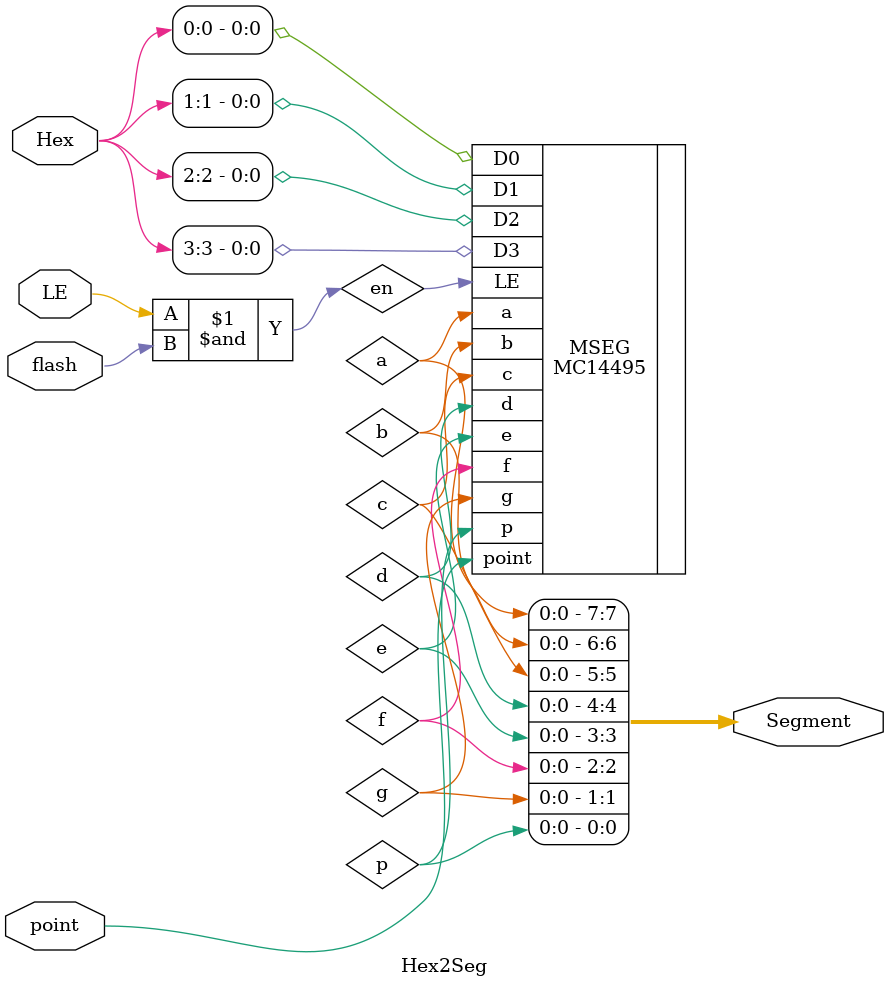
<source format=v>
`timescale 1ns / 1ps
module Hex2Seg(
		input[3:0] Hex,
		input LE,
		input point,
		input flash,
		output[7:0] Segment
	 );
	wire en = LE & flash;
	MC14495 MSEG(.D3(Hex[3]), .D2(Hex[2]), .D1(Hex[1]), .D0(Hex[0]), .LE(en), .point(point),
					 .a(a), .b(b), .c(c), .d(d), .e(e), .f(f), .g(g), .p(p));
	assign Segment = {a, b, c, d, e, f, g, p};				 
endmodule

</source>
